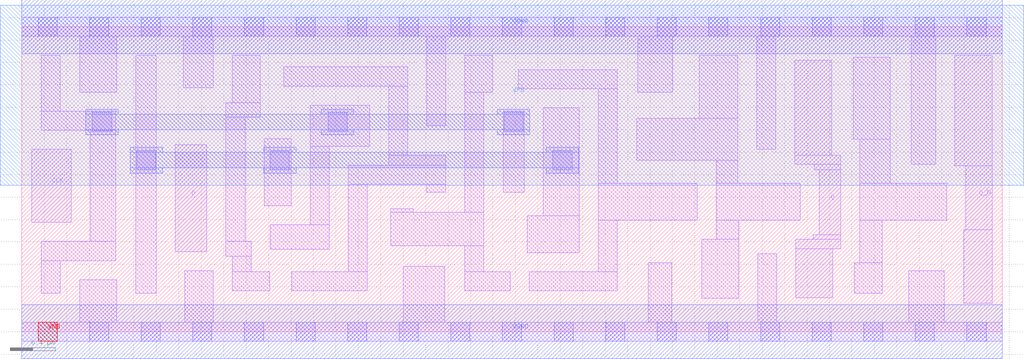
<source format=lef>
# Copyright 2020 The SkyWater PDK Authors
#
# Licensed under the Apache License, Version 2.0 (the "License");
# you may not use this file except in compliance with the License.
# You may obtain a copy of the License at
#
#     https://www.apache.org/licenses/LICENSE-2.0
#
# Unless required by applicable law or agreed to in writing, software
# distributed under the License is distributed on an "AS IS" BASIS,
# WITHOUT WARRANTIES OR CONDITIONS OF ANY KIND, either express or implied.
# See the License for the specific language governing permissions and
# limitations under the License.
#
# SPDX-License-Identifier: Apache-2.0

VERSION 5.7 ;
  NOWIREEXTENSIONATPIN ON ;
  DIVIDERCHAR "/" ;
  BUSBITCHARS "[]" ;
MACRO sky130_fd_sc_hd__dfxbp_1
  CLASS CORE ;
  FOREIGN sky130_fd_sc_hd__dfxbp_1 ;
  ORIGIN  0.000000  0.000000 ;
  SIZE  8.740000 BY  2.720000 ;
  SYMMETRY X Y R90 ;
  SITE unithd ;
  PIN D
    ANTENNAGATEAREA  0.126000 ;
    DIRECTION INPUT ;
    USE SIGNAL ;
    PORT
      LAYER li1 ;
        RECT 1.370000 0.715000 1.650000 1.665000 ;
    END
  END D
  PIN Q
    ANTENNADIFFAREA  0.429000 ;
    DIRECTION OUTPUT ;
    USE SIGNAL ;
    PORT
      LAYER li1 ;
        RECT 6.890000 1.495000 7.300000 1.575000 ;
        RECT 6.890000 1.575000 7.220000 2.420000 ;
        RECT 6.900000 0.305000 7.230000 0.740000 ;
        RECT 6.900000 0.740000 7.300000 0.825000 ;
        RECT 7.055000 0.825000 7.300000 0.865000 ;
        RECT 7.065000 1.445000 7.300000 1.495000 ;
        RECT 7.110000 0.865000 7.300000 1.445000 ;
    END
  END Q
  PIN Q_N
    ANTENNADIFFAREA  0.429000 ;
    DIRECTION OUTPUT ;
    USE SIGNAL ;
    PORT
      LAYER li1 ;
        RECT 8.315000 1.480000 8.650000 2.465000 ;
        RECT 8.395000 0.255000 8.650000 0.910000 ;
        RECT 8.415000 0.910000 8.650000 1.480000 ;
    END
  END Q_N
  PIN CLK
    ANTENNAGATEAREA  0.159000 ;
    DIRECTION INPUT ;
    USE CLOCK ;
    PORT
      LAYER li1 ;
        RECT 0.090000 0.975000 0.440000 1.625000 ;
    END
  END CLK
  PIN VGND
    DIRECTION INOUT ;
    SHAPE ABUTMENT ;
    USE GROUND ;
    PORT
      LAYER met1 ;
        RECT 0.000000 -0.240000 8.740000 0.240000 ;
    END
  END VGND
  PIN VNB
    DIRECTION INOUT ;
    USE GROUND ;
    PORT
      LAYER pwell ;
        RECT 0.145000 -0.085000 0.315000 0.085000 ;
    END
  END VNB
  PIN VPB
    DIRECTION INOUT ;
    USE POWER ;
    PORT
      LAYER nwell ;
        RECT -0.190000 1.305000 8.930000 2.910000 ;
    END
  END VPB
  PIN VPWR
    DIRECTION INOUT ;
    SHAPE ABUTMENT ;
    USE POWER ;
    PORT
      LAYER met1 ;
        RECT 0.000000 2.480000 8.740000 2.960000 ;
    END
  END VPWR
  OBS
    LAYER li1 ;
      RECT 0.000000 -0.085000 8.740000 0.085000 ;
      RECT 0.000000  2.635000 8.740000 2.805000 ;
      RECT 0.175000  0.345000 0.345000 0.635000 ;
      RECT 0.175000  0.635000 0.840000 0.805000 ;
      RECT 0.175000  1.795000 0.840000 1.965000 ;
      RECT 0.175000  1.965000 0.345000 2.465000 ;
      RECT 0.515000  0.085000 0.845000 0.465000 ;
      RECT 0.515000  2.135000 0.845000 2.635000 ;
      RECT 0.610000  0.805000 0.840000 1.795000 ;
      RECT 1.015000  0.345000 1.200000 2.465000 ;
      RECT 1.440000  2.175000 1.705000 2.635000 ;
      RECT 1.455000  0.085000 1.705000 0.545000 ;
      RECT 1.820000  0.675000 2.045000 0.805000 ;
      RECT 1.820000  0.805000 1.990000 1.910000 ;
      RECT 1.820000  1.910000 2.125000 2.040000 ;
      RECT 1.875000  0.365000 2.210000 0.535000 ;
      RECT 1.875000  0.535000 2.045000 0.675000 ;
      RECT 1.875000  2.040000 2.125000 2.465000 ;
      RECT 2.160000  1.125000 2.400000 1.720000 ;
      RECT 2.215000  0.735000 2.740000 0.955000 ;
      RECT 2.335000  2.190000 3.440000 2.360000 ;
      RECT 2.405000  0.365000 3.080000 0.535000 ;
      RECT 2.570000  0.955000 2.740000 1.655000 ;
      RECT 2.570000  1.655000 3.100000 2.020000 ;
      RECT 2.910000  0.535000 3.080000 1.315000 ;
      RECT 2.910000  1.315000 3.780000 1.485000 ;
      RECT 3.270000  1.485000 3.780000 1.575000 ;
      RECT 3.270000  1.575000 3.440000 2.190000 ;
      RECT 3.290000  0.765000 4.120000 1.065000 ;
      RECT 3.290000  1.065000 3.490000 1.095000 ;
      RECT 3.400000  0.085000 3.770000 0.585000 ;
      RECT 3.610000  1.245000 3.780000 1.315000 ;
      RECT 3.610000  1.835000 3.780000 2.635000 ;
      RECT 3.950000  0.365000 4.355000 0.535000 ;
      RECT 3.950000  0.535000 4.120000 0.765000 ;
      RECT 3.950000  1.065000 4.120000 2.135000 ;
      RECT 3.950000  2.135000 4.200000 2.465000 ;
      RECT 4.290000  1.245000 4.480000 1.965000 ;
      RECT 4.425000  2.165000 5.310000 2.335000 ;
      RECT 4.505000  0.705000 4.970000 1.035000 ;
      RECT 4.525000  0.365000 5.310000 0.535000 ;
      RECT 4.650000  1.035000 4.970000 1.995000 ;
      RECT 5.140000  0.535000 5.310000 0.995000 ;
      RECT 5.140000  0.995000 6.020000 1.325000 ;
      RECT 5.140000  1.325000 5.310000 2.165000 ;
      RECT 5.480000  1.530000 6.380000 1.905000 ;
      RECT 5.490000  2.135000 5.805000 2.635000 ;
      RECT 5.585000  0.085000 5.795000 0.615000 ;
      RECT 6.040000  1.905000 6.380000 2.465000 ;
      RECT 6.060000  0.300000 6.390000 0.825000 ;
      RECT 6.190000  0.825000 6.390000 0.995000 ;
      RECT 6.190000  0.995000 6.940000 1.325000 ;
      RECT 6.190000  1.325000 6.380000 1.530000 ;
      RECT 6.550000  1.625000 6.720000 2.635000 ;
      RECT 6.560000  0.085000 6.730000 0.695000 ;
      RECT 7.410000  1.715000 7.740000 2.445000 ;
      RECT 7.420000  0.345000 7.670000 0.615000 ;
      RECT 7.470000  0.615000 7.670000 0.995000 ;
      RECT 7.470000  0.995000 8.245000 1.325000 ;
      RECT 7.470000  1.325000 7.740000 1.715000 ;
      RECT 7.905000  0.085000 8.225000 0.545000 ;
      RECT 7.930000  1.495000 8.145000 2.635000 ;
    LAYER mcon ;
      RECT 0.145000 -0.085000 0.315000 0.085000 ;
      RECT 0.145000  2.635000 0.315000 2.805000 ;
      RECT 0.605000 -0.085000 0.775000 0.085000 ;
      RECT 0.605000  2.635000 0.775000 2.805000 ;
      RECT 0.630000  1.785000 0.800000 1.955000 ;
      RECT 1.025000  1.445000 1.195000 1.615000 ;
      RECT 1.065000 -0.085000 1.235000 0.085000 ;
      RECT 1.065000  2.635000 1.235000 2.805000 ;
      RECT 1.525000 -0.085000 1.695000 0.085000 ;
      RECT 1.525000  2.635000 1.695000 2.805000 ;
      RECT 1.985000 -0.085000 2.155000 0.085000 ;
      RECT 1.985000  2.635000 2.155000 2.805000 ;
      RECT 2.215000  1.445000 2.385000 1.615000 ;
      RECT 2.445000 -0.085000 2.615000 0.085000 ;
      RECT 2.445000  2.635000 2.615000 2.805000 ;
      RECT 2.730000  1.785000 2.900000 1.955000 ;
      RECT 2.905000 -0.085000 3.075000 0.085000 ;
      RECT 2.905000  2.635000 3.075000 2.805000 ;
      RECT 3.365000 -0.085000 3.535000 0.085000 ;
      RECT 3.365000  2.635000 3.535000 2.805000 ;
      RECT 3.825000 -0.085000 3.995000 0.085000 ;
      RECT 3.825000  2.635000 3.995000 2.805000 ;
      RECT 4.285000 -0.085000 4.455000 0.085000 ;
      RECT 4.285000  2.635000 4.455000 2.805000 ;
      RECT 4.300000  1.785000 4.470000 1.955000 ;
      RECT 4.735000  1.445000 4.905000 1.615000 ;
      RECT 4.745000 -0.085000 4.915000 0.085000 ;
      RECT 4.745000  2.635000 4.915000 2.805000 ;
      RECT 5.205000 -0.085000 5.375000 0.085000 ;
      RECT 5.205000  2.635000 5.375000 2.805000 ;
      RECT 5.665000 -0.085000 5.835000 0.085000 ;
      RECT 5.665000  2.635000 5.835000 2.805000 ;
      RECT 6.125000 -0.085000 6.295000 0.085000 ;
      RECT 6.125000  2.635000 6.295000 2.805000 ;
      RECT 6.585000 -0.085000 6.755000 0.085000 ;
      RECT 6.585000  2.635000 6.755000 2.805000 ;
      RECT 7.045000 -0.085000 7.215000 0.085000 ;
      RECT 7.045000  2.635000 7.215000 2.805000 ;
      RECT 7.505000 -0.085000 7.675000 0.085000 ;
      RECT 7.505000  2.635000 7.675000 2.805000 ;
      RECT 7.965000 -0.085000 8.135000 0.085000 ;
      RECT 7.965000  2.635000 8.135000 2.805000 ;
      RECT 8.425000 -0.085000 8.595000 0.085000 ;
      RECT 8.425000  2.635000 8.595000 2.805000 ;
    LAYER met1 ;
      RECT 0.570000 1.755000 0.860000 1.800000 ;
      RECT 0.570000 1.800000 4.530000 1.940000 ;
      RECT 0.570000 1.940000 0.860000 1.985000 ;
      RECT 0.965000 1.415000 1.255000 1.460000 ;
      RECT 0.965000 1.460000 4.965000 1.600000 ;
      RECT 0.965000 1.600000 1.255000 1.645000 ;
      RECT 2.155000 1.415000 2.445000 1.460000 ;
      RECT 2.155000 1.600000 2.445000 1.645000 ;
      RECT 2.670000 1.755000 2.960000 1.800000 ;
      RECT 2.670000 1.940000 2.960000 1.985000 ;
      RECT 4.240000 1.755000 4.530000 1.800000 ;
      RECT 4.240000 1.940000 4.530000 1.985000 ;
      RECT 4.675000 1.415000 4.965000 1.460000 ;
      RECT 4.675000 1.600000 4.965000 1.645000 ;
  END
END sky130_fd_sc_hd__dfxbp_1
END LIBRARY

</source>
